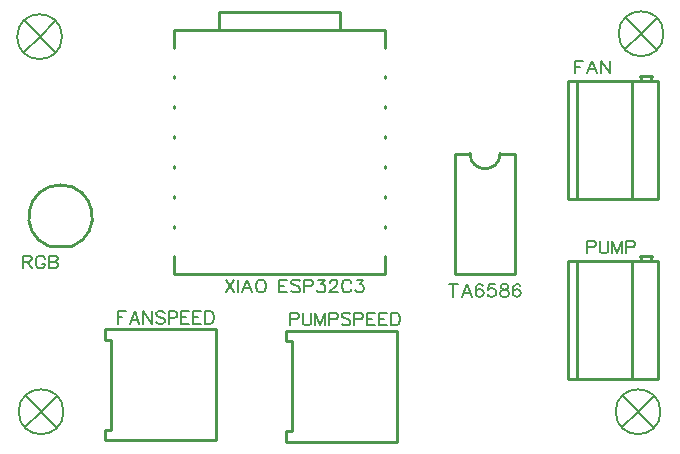
<source format=gto>
G04 Layer: TopSilkscreenLayer*
G04 EasyEDA v6.5.50, 2025-05-02 13:44:32*
G04 9c8b662e0eda49d2b6f133a678b52552,4ea17189a5af4923b0f09c00d4425dfb,10*
G04 Gerber Generator version 0.2*
G04 Scale: 100 percent, Rotated: No, Reflected: No *
G04 Dimensions in millimeters *
G04 leading zeros omitted , absolute positions ,4 integer and 5 decimal *
%FSLAX45Y45*%
%MOMM*%

%ADD10C,0.1524*%
%ADD11C,0.2540*%
%ADD12C,0.0114*%

%LPD*%
D10*
X2590800Y4166615D02*
G01*
X2663443Y4057650D01*
X2663443Y4166615D02*
G01*
X2590800Y4057650D01*
X2697734Y4166615D02*
G01*
X2697734Y4057650D01*
X2773679Y4166615D02*
G01*
X2732024Y4057650D01*
X2773679Y4166615D02*
G01*
X2815336Y4057650D01*
X2747772Y4093971D02*
G01*
X2799588Y4093971D01*
X2880613Y4166615D02*
G01*
X2870200Y4161536D01*
X2860040Y4151121D01*
X2854706Y4140707D01*
X2849625Y4124960D01*
X2849625Y4099052D01*
X2854706Y4083557D01*
X2860040Y4073144D01*
X2870200Y4062729D01*
X2880613Y4057650D01*
X2901441Y4057650D01*
X2911856Y4062729D01*
X2922270Y4073144D01*
X2927350Y4083557D01*
X2932684Y4099052D01*
X2932684Y4124960D01*
X2927350Y4140707D01*
X2922270Y4151121D01*
X2911856Y4161536D01*
X2901441Y4166615D01*
X2880613Y4166615D01*
X3046984Y4166615D02*
G01*
X3046984Y4057650D01*
X3046984Y4166615D02*
G01*
X3114547Y4166615D01*
X3046984Y4114800D02*
G01*
X3088640Y4114800D01*
X3046984Y4057650D02*
G01*
X3114547Y4057650D01*
X3221481Y4151121D02*
G01*
X3211068Y4161536D01*
X3195574Y4166615D01*
X3174745Y4166615D01*
X3159252Y4161536D01*
X3148838Y4151121D01*
X3148838Y4140707D01*
X3153918Y4130294D01*
X3159252Y4124960D01*
X3169665Y4119879D01*
X3200654Y4109465D01*
X3211068Y4104386D01*
X3216402Y4099052D01*
X3221481Y4088637D01*
X3221481Y4073144D01*
X3211068Y4062729D01*
X3195574Y4057650D01*
X3174745Y4057650D01*
X3159252Y4062729D01*
X3148838Y4073144D01*
X3255772Y4166615D02*
G01*
X3255772Y4057650D01*
X3255772Y4166615D02*
G01*
X3302508Y4166615D01*
X3318256Y4161536D01*
X3323336Y4156202D01*
X3328670Y4145787D01*
X3328670Y4130294D01*
X3323336Y4119879D01*
X3318256Y4114800D01*
X3302508Y4109465D01*
X3255772Y4109465D01*
X3373120Y4166615D02*
G01*
X3430270Y4166615D01*
X3399281Y4124960D01*
X3414775Y4124960D01*
X3425190Y4119879D01*
X3430270Y4114800D01*
X3435604Y4099052D01*
X3435604Y4088637D01*
X3430270Y4073144D01*
X3420109Y4062729D01*
X3404361Y4057650D01*
X3388868Y4057650D01*
X3373120Y4062729D01*
X3368040Y4067810D01*
X3362959Y4078223D01*
X3474974Y4140707D02*
G01*
X3474974Y4145787D01*
X3480308Y4156202D01*
X3485388Y4161536D01*
X3495802Y4166615D01*
X3516629Y4166615D01*
X3527043Y4161536D01*
X3532124Y4156202D01*
X3537458Y4145787D01*
X3537458Y4135373D01*
X3532124Y4124960D01*
X3521709Y4109465D01*
X3469893Y4057650D01*
X3542538Y4057650D01*
X3654806Y4140707D02*
G01*
X3649725Y4151121D01*
X3639311Y4161536D01*
X3628897Y4166615D01*
X3608070Y4166615D01*
X3597656Y4161536D01*
X3587241Y4151121D01*
X3582161Y4140707D01*
X3576827Y4124960D01*
X3576827Y4099052D01*
X3582161Y4083557D01*
X3587241Y4073144D01*
X3597656Y4062729D01*
X3608070Y4057650D01*
X3628897Y4057650D01*
X3639311Y4062729D01*
X3649725Y4073144D01*
X3654806Y4083557D01*
X3699509Y4166615D02*
G01*
X3756659Y4166615D01*
X3725418Y4124960D01*
X3741165Y4124960D01*
X3751579Y4119879D01*
X3756659Y4114800D01*
X3761740Y4099052D01*
X3761740Y4088637D01*
X3756659Y4073144D01*
X3746245Y4062729D01*
X3730752Y4057650D01*
X3715004Y4057650D01*
X3699509Y4062729D01*
X3694429Y4067810D01*
X3689095Y4078223D01*
X4519422Y4128515D02*
G01*
X4519422Y4019550D01*
X4483100Y4128515D02*
G01*
X4555743Y4128515D01*
X4631690Y4128515D02*
G01*
X4590034Y4019550D01*
X4631690Y4128515D02*
G01*
X4673345Y4019550D01*
X4605781Y4055871D02*
G01*
X4657597Y4055871D01*
X4769865Y4113021D02*
G01*
X4764786Y4123436D01*
X4749038Y4128515D01*
X4738624Y4128515D01*
X4723129Y4123436D01*
X4712715Y4107687D01*
X4707636Y4081779D01*
X4707636Y4055871D01*
X4712715Y4035044D01*
X4723129Y4024629D01*
X4738624Y4019550D01*
X4743958Y4019550D01*
X4759452Y4024629D01*
X4769865Y4035044D01*
X4775200Y4050537D01*
X4775200Y4055871D01*
X4769865Y4071365D01*
X4759452Y4081779D01*
X4743958Y4086860D01*
X4738624Y4086860D01*
X4723129Y4081779D01*
X4712715Y4071365D01*
X4707636Y4055871D01*
X4871720Y4128515D02*
G01*
X4819650Y4128515D01*
X4814570Y4081779D01*
X4819650Y4086860D01*
X4835397Y4092194D01*
X4850891Y4092194D01*
X4866640Y4086860D01*
X4876800Y4076700D01*
X4882134Y4060952D01*
X4882134Y4050537D01*
X4876800Y4035044D01*
X4866640Y4024629D01*
X4850891Y4019550D01*
X4835397Y4019550D01*
X4819650Y4024629D01*
X4814570Y4029710D01*
X4809490Y4040123D01*
X4942331Y4128515D02*
G01*
X4926838Y4123436D01*
X4921504Y4113021D01*
X4921504Y4102607D01*
X4926838Y4092194D01*
X4937252Y4086860D01*
X4958079Y4081779D01*
X4973574Y4076700D01*
X4983988Y4066286D01*
X4989068Y4055871D01*
X4989068Y4040123D01*
X4983988Y4029710D01*
X4978654Y4024629D01*
X4963159Y4019550D01*
X4942331Y4019550D01*
X4926838Y4024629D01*
X4921504Y4029710D01*
X4916424Y4040123D01*
X4916424Y4055871D01*
X4921504Y4066286D01*
X4931918Y4076700D01*
X4947665Y4081779D01*
X4968240Y4086860D01*
X4978654Y4092194D01*
X4983988Y4102607D01*
X4983988Y4113021D01*
X4978654Y4123436D01*
X4963159Y4128515D01*
X4942331Y4128515D01*
X5085841Y4113021D02*
G01*
X5080508Y4123436D01*
X5065013Y4128515D01*
X5054600Y4128515D01*
X5039106Y4123436D01*
X5028691Y4107687D01*
X5023358Y4081779D01*
X5023358Y4055871D01*
X5028691Y4035044D01*
X5039106Y4024629D01*
X5054600Y4019550D01*
X5059679Y4019550D01*
X5075427Y4024629D01*
X5085841Y4035044D01*
X5090922Y4050537D01*
X5090922Y4055871D01*
X5085841Y4071365D01*
X5075427Y4081779D01*
X5059679Y4086860D01*
X5054600Y4086860D01*
X5039106Y4081779D01*
X5028691Y4071365D01*
X5023358Y4055871D01*
X1676400Y3899915D02*
G01*
X1676400Y3790950D01*
X1676400Y3899915D02*
G01*
X1743963Y3899915D01*
X1676400Y3848100D02*
G01*
X1718055Y3848100D01*
X1819910Y3899915D02*
G01*
X1778254Y3790950D01*
X1819910Y3899915D02*
G01*
X1861312Y3790950D01*
X1793747Y3827271D02*
G01*
X1845818Y3827271D01*
X1895602Y3899915D02*
G01*
X1895602Y3790950D01*
X1895602Y3899915D02*
G01*
X1968500Y3790950D01*
X1968500Y3899915D02*
G01*
X1968500Y3790950D01*
X2075434Y3884421D02*
G01*
X2065020Y3894836D01*
X2049525Y3899915D01*
X2028697Y3899915D01*
X2012950Y3894836D01*
X2002790Y3884421D01*
X2002790Y3874007D01*
X2007870Y3863594D01*
X2012950Y3858260D01*
X2023363Y3853179D01*
X2054606Y3842765D01*
X2065020Y3837686D01*
X2070100Y3832352D01*
X2075434Y3821937D01*
X2075434Y3806444D01*
X2065020Y3796029D01*
X2049525Y3790950D01*
X2028697Y3790950D01*
X2012950Y3796029D01*
X2002790Y3806444D01*
X2109724Y3899915D02*
G01*
X2109724Y3790950D01*
X2109724Y3899915D02*
G01*
X2156459Y3899915D01*
X2171954Y3894836D01*
X2177288Y3889502D01*
X2182368Y3879087D01*
X2182368Y3863594D01*
X2177288Y3853179D01*
X2171954Y3848100D01*
X2156459Y3842765D01*
X2109724Y3842765D01*
X2216658Y3899915D02*
G01*
X2216658Y3790950D01*
X2216658Y3899915D02*
G01*
X2284222Y3899915D01*
X2216658Y3848100D02*
G01*
X2258313Y3848100D01*
X2216658Y3790950D02*
G01*
X2284222Y3790950D01*
X2318511Y3899915D02*
G01*
X2318511Y3790950D01*
X2318511Y3899915D02*
G01*
X2386075Y3899915D01*
X2318511Y3848100D02*
G01*
X2360168Y3848100D01*
X2318511Y3790950D02*
G01*
X2386075Y3790950D01*
X2420365Y3899915D02*
G01*
X2420365Y3790950D01*
X2420365Y3899915D02*
G01*
X2456688Y3899915D01*
X2472436Y3894836D01*
X2482850Y3884421D01*
X2487929Y3874007D01*
X2493009Y3858260D01*
X2493009Y3832352D01*
X2487929Y3816857D01*
X2482850Y3806444D01*
X2472436Y3796029D01*
X2456688Y3790950D01*
X2420365Y3790950D01*
X3136900Y3887215D02*
G01*
X3136900Y3778250D01*
X3136900Y3887215D02*
G01*
X3183636Y3887215D01*
X3199129Y3882136D01*
X3204463Y3876802D01*
X3209543Y3866387D01*
X3209543Y3850894D01*
X3204463Y3840479D01*
X3199129Y3835400D01*
X3183636Y3830065D01*
X3136900Y3830065D01*
X3243834Y3887215D02*
G01*
X3243834Y3809237D01*
X3249168Y3793744D01*
X3259581Y3783329D01*
X3275075Y3778250D01*
X3285490Y3778250D01*
X3300984Y3783329D01*
X3311397Y3793744D01*
X3316731Y3809237D01*
X3316731Y3887215D01*
X3351022Y3887215D02*
G01*
X3351022Y3778250D01*
X3351022Y3887215D02*
G01*
X3392424Y3778250D01*
X3434079Y3887215D02*
G01*
X3392424Y3778250D01*
X3434079Y3887215D02*
G01*
X3434079Y3778250D01*
X3468370Y3887215D02*
G01*
X3468370Y3778250D01*
X3468370Y3887215D02*
G01*
X3515106Y3887215D01*
X3530600Y3882136D01*
X3535934Y3876802D01*
X3541013Y3866387D01*
X3541013Y3850894D01*
X3535934Y3840479D01*
X3530600Y3835400D01*
X3515106Y3830065D01*
X3468370Y3830065D01*
X3648202Y3871721D02*
G01*
X3637788Y3882136D01*
X3622040Y3887215D01*
X3601465Y3887215D01*
X3585718Y3882136D01*
X3575304Y3871721D01*
X3575304Y3861307D01*
X3580638Y3850894D01*
X3585718Y3845560D01*
X3596131Y3840479D01*
X3627374Y3830065D01*
X3637788Y3824986D01*
X3642868Y3819652D01*
X3648202Y3809237D01*
X3648202Y3793744D01*
X3637788Y3783329D01*
X3622040Y3778250D01*
X3601465Y3778250D01*
X3585718Y3783329D01*
X3575304Y3793744D01*
X3682491Y3887215D02*
G01*
X3682491Y3778250D01*
X3682491Y3887215D02*
G01*
X3729227Y3887215D01*
X3744722Y3882136D01*
X3750056Y3876802D01*
X3755136Y3866387D01*
X3755136Y3850894D01*
X3750056Y3840479D01*
X3744722Y3835400D01*
X3729227Y3830065D01*
X3682491Y3830065D01*
X3789425Y3887215D02*
G01*
X3789425Y3778250D01*
X3789425Y3887215D02*
G01*
X3856990Y3887215D01*
X3789425Y3835400D02*
G01*
X3831081Y3835400D01*
X3789425Y3778250D02*
G01*
X3856990Y3778250D01*
X3891279Y3887215D02*
G01*
X3891279Y3778250D01*
X3891279Y3887215D02*
G01*
X3958843Y3887215D01*
X3891279Y3835400D02*
G01*
X3932936Y3835400D01*
X3891279Y3778250D02*
G01*
X3958843Y3778250D01*
X3993134Y3887215D02*
G01*
X3993134Y3778250D01*
X3993134Y3887215D02*
G01*
X4029456Y3887215D01*
X4044950Y3882136D01*
X4055363Y3871721D01*
X4060697Y3861307D01*
X4065777Y3845560D01*
X4065777Y3819652D01*
X4060697Y3804157D01*
X4055363Y3793744D01*
X4044950Y3783329D01*
X4029456Y3778250D01*
X3993134Y3778250D01*
X5549900Y6020815D02*
G01*
X5549900Y5911850D01*
X5549900Y6020815D02*
G01*
X5617463Y6020815D01*
X5549900Y5969000D02*
G01*
X5591556Y5969000D01*
X5693409Y6020815D02*
G01*
X5651754Y5911850D01*
X5693409Y6020815D02*
G01*
X5734811Y5911850D01*
X5667247Y5948171D02*
G01*
X5719318Y5948171D01*
X5769102Y6020815D02*
G01*
X5769102Y5911850D01*
X5769102Y6020815D02*
G01*
X5842000Y5911850D01*
X5842000Y6020815D02*
G01*
X5842000Y5911850D01*
X5651500Y4496815D02*
G01*
X5651500Y4387850D01*
X5651500Y4496815D02*
G01*
X5698236Y4496815D01*
X5713729Y4491736D01*
X5719063Y4486402D01*
X5724143Y4475987D01*
X5724143Y4460494D01*
X5719063Y4450079D01*
X5713729Y4445000D01*
X5698236Y4439665D01*
X5651500Y4439665D01*
X5758434Y4496815D02*
G01*
X5758434Y4418837D01*
X5763768Y4403344D01*
X5774181Y4392929D01*
X5789675Y4387850D01*
X5800090Y4387850D01*
X5815584Y4392929D01*
X5825997Y4403344D01*
X5831331Y4418837D01*
X5831331Y4496815D01*
X5865622Y4496815D02*
G01*
X5865622Y4387850D01*
X5865622Y4496815D02*
G01*
X5907024Y4387850D01*
X5948679Y4496815D02*
G01*
X5907024Y4387850D01*
X5948679Y4496815D02*
G01*
X5948679Y4387850D01*
X5982970Y4496815D02*
G01*
X5982970Y4387850D01*
X5982970Y4496815D02*
G01*
X6029706Y4496815D01*
X6045200Y4491736D01*
X6050534Y4486402D01*
X6055613Y4475987D01*
X6055613Y4460494D01*
X6050534Y4450079D01*
X6045200Y4445000D01*
X6029706Y4439665D01*
X5982970Y4439665D01*
X876300Y4369815D02*
G01*
X876300Y4260850D01*
X876300Y4369815D02*
G01*
X923036Y4369815D01*
X938529Y4364736D01*
X943863Y4359402D01*
X948944Y4348987D01*
X948944Y4338573D01*
X943863Y4328160D01*
X938529Y4323079D01*
X923036Y4318000D01*
X876300Y4318000D01*
X912621Y4318000D02*
G01*
X948944Y4260850D01*
X1061212Y4343907D02*
G01*
X1056131Y4354321D01*
X1045718Y4364736D01*
X1035304Y4369815D01*
X1014476Y4369815D01*
X1004062Y4364736D01*
X993647Y4354321D01*
X988568Y4343907D01*
X983234Y4328160D01*
X983234Y4302252D01*
X988568Y4286757D01*
X993647Y4276344D01*
X1004062Y4265929D01*
X1014476Y4260850D01*
X1035304Y4260850D01*
X1045718Y4265929D01*
X1056131Y4276344D01*
X1061212Y4286757D01*
X1061212Y4302252D01*
X1035304Y4302252D02*
G01*
X1061212Y4302252D01*
X1095502Y4369815D02*
G01*
X1095502Y4260850D01*
X1095502Y4369815D02*
G01*
X1142237Y4369815D01*
X1157986Y4364736D01*
X1163065Y4359402D01*
X1168400Y4348987D01*
X1168400Y4338573D01*
X1163065Y4328160D01*
X1157986Y4323079D01*
X1142237Y4318000D01*
X1095502Y4318000D02*
G01*
X1142237Y4318000D01*
X1157986Y4312665D01*
X1163065Y4307586D01*
X1168400Y4297171D01*
X1168400Y4281423D01*
X1163065Y4271010D01*
X1157986Y4265929D01*
X1142237Y4260850D01*
X1095502Y4260850D01*
D11*
X3556518Y6280094D02*
G01*
X3556518Y6432097D01*
X2539001Y6432097D01*
X2539001Y6280094D01*
X2158001Y4618984D02*
G01*
X2158001Y4601215D01*
X2158001Y4872984D02*
G01*
X2158001Y4855212D01*
X2158001Y5126984D02*
G01*
X2158001Y5109212D01*
X2158001Y5380984D02*
G01*
X2158001Y5363212D01*
X2158001Y5634984D02*
G01*
X2158001Y5617212D01*
X2158001Y5888982D02*
G01*
X2158001Y5871212D01*
X3937998Y6125210D02*
G01*
X3937998Y6280094D01*
X2158001Y6280094D01*
X2158001Y6125210D01*
X3937998Y5871212D02*
G01*
X3937998Y5888982D01*
X3937998Y5617212D02*
G01*
X3937998Y5634984D01*
X3937998Y5363212D02*
G01*
X3937998Y5380984D01*
X3937998Y5109212D02*
G01*
X3937998Y5126984D01*
X3937998Y4855212D02*
G01*
X3937998Y4872984D01*
X3937998Y4601215D02*
G01*
X3937998Y4618984D01*
X2158001Y4364987D02*
G01*
X2158001Y4210098D01*
X3937998Y4210098D01*
X3937998Y4364987D01*
X4533900Y4216400D02*
G01*
X5041900Y4216400D01*
X4533900Y5232400D02*
G01*
X4660900Y5232400D01*
X4533900Y4216400D02*
G01*
X4533900Y5232400D01*
X5041900Y4216400D02*
G01*
X5041900Y5232400D01*
X4914900Y5232400D02*
G01*
X5041900Y5232400D01*
D10*
X1016000Y6231729D02*
G01*
X889000Y6358729D01*
X889000Y6360144D01*
X1016000Y6222987D02*
G01*
X1151694Y6087292D01*
X878842Y6090909D02*
G01*
X883920Y6090909D01*
X1016000Y6222987D01*
X1148085Y6355067D01*
X1153162Y6355067D01*
X1028700Y3056729D02*
G01*
X901700Y3183729D01*
X901700Y3185144D01*
X1028700Y3047987D02*
G01*
X1164394Y2912292D01*
X891542Y2915909D02*
G01*
X896620Y2915909D01*
X1028700Y3047987D01*
X1160785Y3180067D01*
X1165862Y3180067D01*
X6108700Y6257129D02*
G01*
X5981700Y6384129D01*
X5981700Y6385544D01*
X6108700Y6248387D02*
G01*
X6244394Y6112692D01*
X5971542Y6116309D02*
G01*
X5976620Y6116309D01*
X6108700Y6248387D01*
X6240785Y6380467D01*
X6245862Y6380467D01*
X6083300Y3056729D02*
G01*
X5956300Y3183729D01*
X5956300Y3185144D01*
X6083300Y3047987D02*
G01*
X6218994Y2912292D01*
X5946142Y2915909D02*
G01*
X5951220Y2915909D01*
X6083300Y3047987D01*
X6215385Y3180067D01*
X6220462Y3180067D01*
D11*
X1567179Y2806700D02*
G01*
X1567179Y2895600D01*
X1567179Y2806700D02*
G01*
X2506979Y2806700D01*
X2506979Y2806700D02*
G01*
X2506979Y3746500D01*
X2506979Y3746500D02*
G01*
X1567179Y3746500D01*
X1567179Y3746500D02*
G01*
X1567179Y3657600D01*
X1567179Y3657600D02*
G01*
X1620520Y3657600D01*
X1620520Y3657600D02*
G01*
X1620520Y2895600D01*
X1620520Y2895600D02*
G01*
X1567179Y2895600D01*
X3103879Y2794000D02*
G01*
X3103879Y2882900D01*
X3103879Y2794000D02*
G01*
X4043679Y2794000D01*
X4043679Y2794000D02*
G01*
X4043679Y3733800D01*
X4043679Y3733800D02*
G01*
X3103879Y3733800D01*
X3103879Y3733800D02*
G01*
X3103879Y3644900D01*
X3103879Y3644900D02*
G01*
X3157220Y3644900D01*
X3157220Y3644900D02*
G01*
X3157220Y2882900D01*
X3157220Y2882900D02*
G01*
X3103879Y2882900D01*
X5569407Y5846698D02*
G01*
X5569407Y4846701D01*
X6183833Y5847232D02*
G01*
X6201199Y5886704D01*
X6101199Y5886704D01*
X6120891Y5847232D01*
X6251199Y5846698D02*
G01*
X6251199Y4846701D01*
X6251199Y5846698D02*
G01*
X5491200Y5846698D01*
X6251199Y4846701D02*
G01*
X5491200Y4846701D01*
X5491200Y5846698D02*
G01*
X5491200Y4846701D01*
X6031280Y5846698D02*
G01*
X6031280Y4846701D01*
X5569407Y4322698D02*
G01*
X5569407Y3322701D01*
X6183833Y4323232D02*
G01*
X6201199Y4362704D01*
X6101199Y4362704D01*
X6120891Y4323232D01*
X6251199Y4322698D02*
G01*
X6251199Y3322701D01*
X6251199Y4322698D02*
G01*
X5491200Y4322698D01*
X6251199Y3322701D02*
G01*
X5491200Y3322701D01*
X5491200Y4322698D02*
G01*
X5491200Y3322701D01*
X6031280Y4322698D02*
G01*
X6031280Y3322701D01*
X1094739Y4450079D02*
G01*
X1292860Y4450079D01*
G75*
G01*
X4914900Y5232400D02*
G02*
X4660900Y5232400I-127000J0D01*
D10*
G75*
G01*
X1205995Y6222987D02*
G03*
X1205995Y6222522I-189992J-232D01*
G75*
G01*
X1218695Y3047987D02*
G03*
X1218695Y3047522I-189992J-232D01*
G75*
G01*
X6298695Y6248387D02*
G03*
X6298695Y6247922I-189992J-232D01*
G75*
G01*
X6273295Y3047987D02*
G03*
X6273295Y3047522I-189992J-232D01*
D11*
G75*
G01*
X1093800Y4449000D02*
G02*
X1293800Y4449000I100000J250000D01*
M02*

</source>
